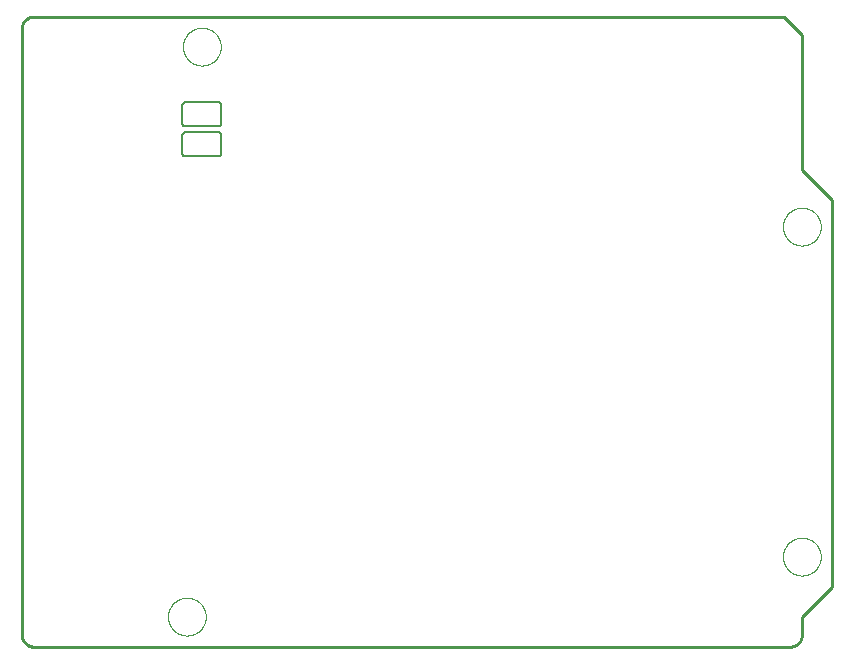
<source format=gbo>
G75*
%MOIN*%
%OFA0B0*%
%FSLAX25Y25*%
%IPPOS*%
%LPD*%
%AMOC8*
5,1,8,0,0,1.08239X$1,22.5*
%
%ADD10C,0.01000*%
%ADD11C,0.00000*%
%ADD12C,0.00600*%
D10*
X0081798Y0009437D02*
X0081798Y0211563D01*
X0081800Y0211687D01*
X0081806Y0211810D01*
X0081815Y0211934D01*
X0081829Y0212056D01*
X0081846Y0212179D01*
X0081868Y0212301D01*
X0081893Y0212422D01*
X0081922Y0212542D01*
X0081954Y0212661D01*
X0081991Y0212780D01*
X0082031Y0212897D01*
X0082074Y0213012D01*
X0082122Y0213127D01*
X0082173Y0213239D01*
X0082227Y0213350D01*
X0082285Y0213460D01*
X0082346Y0213567D01*
X0082411Y0213673D01*
X0082479Y0213776D01*
X0082550Y0213877D01*
X0082624Y0213976D01*
X0082701Y0214073D01*
X0082782Y0214167D01*
X0082865Y0214258D01*
X0082951Y0214347D01*
X0083040Y0214433D01*
X0083131Y0214516D01*
X0083225Y0214597D01*
X0083322Y0214674D01*
X0083421Y0214748D01*
X0083522Y0214819D01*
X0083625Y0214887D01*
X0083731Y0214952D01*
X0083838Y0215013D01*
X0083948Y0215071D01*
X0084059Y0215125D01*
X0084171Y0215176D01*
X0084286Y0215224D01*
X0084401Y0215267D01*
X0084518Y0215307D01*
X0084637Y0215344D01*
X0084756Y0215376D01*
X0084876Y0215405D01*
X0084997Y0215430D01*
X0085119Y0215452D01*
X0085242Y0215469D01*
X0085364Y0215483D01*
X0085488Y0215492D01*
X0085611Y0215498D01*
X0085735Y0215500D01*
X0335798Y0215500D01*
X0341798Y0209500D01*
X0341798Y0164500D01*
X0351798Y0154500D01*
X0351798Y0025500D01*
X0341798Y0015500D01*
X0341798Y0009437D01*
X0341796Y0009313D01*
X0341790Y0009190D01*
X0341781Y0009066D01*
X0341767Y0008944D01*
X0341750Y0008821D01*
X0341728Y0008699D01*
X0341703Y0008578D01*
X0341674Y0008458D01*
X0341642Y0008339D01*
X0341605Y0008220D01*
X0341565Y0008103D01*
X0341522Y0007988D01*
X0341474Y0007873D01*
X0341423Y0007761D01*
X0341369Y0007650D01*
X0341311Y0007540D01*
X0341250Y0007433D01*
X0341185Y0007327D01*
X0341117Y0007224D01*
X0341046Y0007123D01*
X0340972Y0007024D01*
X0340895Y0006927D01*
X0340814Y0006833D01*
X0340731Y0006742D01*
X0340645Y0006653D01*
X0340556Y0006567D01*
X0340465Y0006484D01*
X0340371Y0006403D01*
X0340274Y0006326D01*
X0340175Y0006252D01*
X0340074Y0006181D01*
X0339971Y0006113D01*
X0339865Y0006048D01*
X0339758Y0005987D01*
X0339648Y0005929D01*
X0339537Y0005875D01*
X0339425Y0005824D01*
X0339310Y0005776D01*
X0339195Y0005733D01*
X0339078Y0005693D01*
X0338959Y0005656D01*
X0338840Y0005624D01*
X0338720Y0005595D01*
X0338599Y0005570D01*
X0338477Y0005548D01*
X0338354Y0005531D01*
X0338232Y0005517D01*
X0338108Y0005508D01*
X0337985Y0005502D01*
X0337861Y0005500D01*
X0085735Y0005500D01*
X0085611Y0005502D01*
X0085488Y0005508D01*
X0085364Y0005517D01*
X0085242Y0005531D01*
X0085119Y0005548D01*
X0084997Y0005570D01*
X0084876Y0005595D01*
X0084756Y0005624D01*
X0084637Y0005656D01*
X0084518Y0005693D01*
X0084401Y0005733D01*
X0084286Y0005776D01*
X0084171Y0005824D01*
X0084059Y0005875D01*
X0083948Y0005929D01*
X0083838Y0005987D01*
X0083731Y0006048D01*
X0083625Y0006113D01*
X0083522Y0006181D01*
X0083421Y0006252D01*
X0083322Y0006326D01*
X0083225Y0006403D01*
X0083131Y0006484D01*
X0083040Y0006567D01*
X0082951Y0006653D01*
X0082865Y0006742D01*
X0082782Y0006833D01*
X0082701Y0006927D01*
X0082624Y0007024D01*
X0082550Y0007123D01*
X0082479Y0007224D01*
X0082411Y0007327D01*
X0082346Y0007433D01*
X0082285Y0007540D01*
X0082227Y0007650D01*
X0082173Y0007761D01*
X0082122Y0007873D01*
X0082074Y0007988D01*
X0082031Y0008103D01*
X0081991Y0008220D01*
X0081954Y0008339D01*
X0081922Y0008458D01*
X0081893Y0008578D01*
X0081868Y0008699D01*
X0081846Y0008821D01*
X0081829Y0008944D01*
X0081815Y0009066D01*
X0081806Y0009190D01*
X0081800Y0009313D01*
X0081798Y0009437D01*
D11*
X0130499Y0015500D02*
X0130501Y0015658D01*
X0130507Y0015816D01*
X0130517Y0015974D01*
X0130531Y0016132D01*
X0130549Y0016289D01*
X0130570Y0016446D01*
X0130596Y0016602D01*
X0130626Y0016758D01*
X0130659Y0016913D01*
X0130697Y0017066D01*
X0130738Y0017219D01*
X0130783Y0017371D01*
X0130832Y0017522D01*
X0130885Y0017671D01*
X0130941Y0017819D01*
X0131001Y0017965D01*
X0131065Y0018110D01*
X0131133Y0018253D01*
X0131204Y0018395D01*
X0131278Y0018535D01*
X0131356Y0018672D01*
X0131438Y0018808D01*
X0131522Y0018942D01*
X0131611Y0019073D01*
X0131702Y0019202D01*
X0131797Y0019329D01*
X0131894Y0019454D01*
X0131995Y0019576D01*
X0132099Y0019695D01*
X0132206Y0019812D01*
X0132316Y0019926D01*
X0132429Y0020037D01*
X0132544Y0020146D01*
X0132662Y0020251D01*
X0132783Y0020353D01*
X0132906Y0020453D01*
X0133032Y0020549D01*
X0133160Y0020642D01*
X0133290Y0020732D01*
X0133423Y0020818D01*
X0133558Y0020902D01*
X0133694Y0020981D01*
X0133833Y0021058D01*
X0133974Y0021130D01*
X0134116Y0021200D01*
X0134260Y0021265D01*
X0134406Y0021327D01*
X0134553Y0021385D01*
X0134702Y0021440D01*
X0134852Y0021491D01*
X0135003Y0021538D01*
X0135155Y0021581D01*
X0135308Y0021620D01*
X0135463Y0021656D01*
X0135618Y0021687D01*
X0135774Y0021715D01*
X0135930Y0021739D01*
X0136087Y0021759D01*
X0136245Y0021775D01*
X0136402Y0021787D01*
X0136561Y0021795D01*
X0136719Y0021799D01*
X0136877Y0021799D01*
X0137035Y0021795D01*
X0137194Y0021787D01*
X0137351Y0021775D01*
X0137509Y0021759D01*
X0137666Y0021739D01*
X0137822Y0021715D01*
X0137978Y0021687D01*
X0138133Y0021656D01*
X0138288Y0021620D01*
X0138441Y0021581D01*
X0138593Y0021538D01*
X0138744Y0021491D01*
X0138894Y0021440D01*
X0139043Y0021385D01*
X0139190Y0021327D01*
X0139336Y0021265D01*
X0139480Y0021200D01*
X0139622Y0021130D01*
X0139763Y0021058D01*
X0139902Y0020981D01*
X0140038Y0020902D01*
X0140173Y0020818D01*
X0140306Y0020732D01*
X0140436Y0020642D01*
X0140564Y0020549D01*
X0140690Y0020453D01*
X0140813Y0020353D01*
X0140934Y0020251D01*
X0141052Y0020146D01*
X0141167Y0020037D01*
X0141280Y0019926D01*
X0141390Y0019812D01*
X0141497Y0019695D01*
X0141601Y0019576D01*
X0141702Y0019454D01*
X0141799Y0019329D01*
X0141894Y0019202D01*
X0141985Y0019073D01*
X0142074Y0018942D01*
X0142158Y0018808D01*
X0142240Y0018672D01*
X0142318Y0018535D01*
X0142392Y0018395D01*
X0142463Y0018253D01*
X0142531Y0018110D01*
X0142595Y0017965D01*
X0142655Y0017819D01*
X0142711Y0017671D01*
X0142764Y0017522D01*
X0142813Y0017371D01*
X0142858Y0017219D01*
X0142899Y0017066D01*
X0142937Y0016913D01*
X0142970Y0016758D01*
X0143000Y0016602D01*
X0143026Y0016446D01*
X0143047Y0016289D01*
X0143065Y0016132D01*
X0143079Y0015974D01*
X0143089Y0015816D01*
X0143095Y0015658D01*
X0143097Y0015500D01*
X0143095Y0015342D01*
X0143089Y0015184D01*
X0143079Y0015026D01*
X0143065Y0014868D01*
X0143047Y0014711D01*
X0143026Y0014554D01*
X0143000Y0014398D01*
X0142970Y0014242D01*
X0142937Y0014087D01*
X0142899Y0013934D01*
X0142858Y0013781D01*
X0142813Y0013629D01*
X0142764Y0013478D01*
X0142711Y0013329D01*
X0142655Y0013181D01*
X0142595Y0013035D01*
X0142531Y0012890D01*
X0142463Y0012747D01*
X0142392Y0012605D01*
X0142318Y0012465D01*
X0142240Y0012328D01*
X0142158Y0012192D01*
X0142074Y0012058D01*
X0141985Y0011927D01*
X0141894Y0011798D01*
X0141799Y0011671D01*
X0141702Y0011546D01*
X0141601Y0011424D01*
X0141497Y0011305D01*
X0141390Y0011188D01*
X0141280Y0011074D01*
X0141167Y0010963D01*
X0141052Y0010854D01*
X0140934Y0010749D01*
X0140813Y0010647D01*
X0140690Y0010547D01*
X0140564Y0010451D01*
X0140436Y0010358D01*
X0140306Y0010268D01*
X0140173Y0010182D01*
X0140038Y0010098D01*
X0139902Y0010019D01*
X0139763Y0009942D01*
X0139622Y0009870D01*
X0139480Y0009800D01*
X0139336Y0009735D01*
X0139190Y0009673D01*
X0139043Y0009615D01*
X0138894Y0009560D01*
X0138744Y0009509D01*
X0138593Y0009462D01*
X0138441Y0009419D01*
X0138288Y0009380D01*
X0138133Y0009344D01*
X0137978Y0009313D01*
X0137822Y0009285D01*
X0137666Y0009261D01*
X0137509Y0009241D01*
X0137351Y0009225D01*
X0137194Y0009213D01*
X0137035Y0009205D01*
X0136877Y0009201D01*
X0136719Y0009201D01*
X0136561Y0009205D01*
X0136402Y0009213D01*
X0136245Y0009225D01*
X0136087Y0009241D01*
X0135930Y0009261D01*
X0135774Y0009285D01*
X0135618Y0009313D01*
X0135463Y0009344D01*
X0135308Y0009380D01*
X0135155Y0009419D01*
X0135003Y0009462D01*
X0134852Y0009509D01*
X0134702Y0009560D01*
X0134553Y0009615D01*
X0134406Y0009673D01*
X0134260Y0009735D01*
X0134116Y0009800D01*
X0133974Y0009870D01*
X0133833Y0009942D01*
X0133694Y0010019D01*
X0133558Y0010098D01*
X0133423Y0010182D01*
X0133290Y0010268D01*
X0133160Y0010358D01*
X0133032Y0010451D01*
X0132906Y0010547D01*
X0132783Y0010647D01*
X0132662Y0010749D01*
X0132544Y0010854D01*
X0132429Y0010963D01*
X0132316Y0011074D01*
X0132206Y0011188D01*
X0132099Y0011305D01*
X0131995Y0011424D01*
X0131894Y0011546D01*
X0131797Y0011671D01*
X0131702Y0011798D01*
X0131611Y0011927D01*
X0131522Y0012058D01*
X0131438Y0012192D01*
X0131356Y0012328D01*
X0131278Y0012465D01*
X0131204Y0012605D01*
X0131133Y0012747D01*
X0131065Y0012890D01*
X0131001Y0013035D01*
X0130941Y0013181D01*
X0130885Y0013329D01*
X0130832Y0013478D01*
X0130783Y0013629D01*
X0130738Y0013781D01*
X0130697Y0013934D01*
X0130659Y0014087D01*
X0130626Y0014242D01*
X0130596Y0014398D01*
X0130570Y0014554D01*
X0130549Y0014711D01*
X0130531Y0014868D01*
X0130517Y0015026D01*
X0130507Y0015184D01*
X0130501Y0015342D01*
X0130499Y0015500D01*
X0335499Y0035500D02*
X0335501Y0035658D01*
X0335507Y0035816D01*
X0335517Y0035974D01*
X0335531Y0036132D01*
X0335549Y0036289D01*
X0335570Y0036446D01*
X0335596Y0036602D01*
X0335626Y0036758D01*
X0335659Y0036913D01*
X0335697Y0037066D01*
X0335738Y0037219D01*
X0335783Y0037371D01*
X0335832Y0037522D01*
X0335885Y0037671D01*
X0335941Y0037819D01*
X0336001Y0037965D01*
X0336065Y0038110D01*
X0336133Y0038253D01*
X0336204Y0038395D01*
X0336278Y0038535D01*
X0336356Y0038672D01*
X0336438Y0038808D01*
X0336522Y0038942D01*
X0336611Y0039073D01*
X0336702Y0039202D01*
X0336797Y0039329D01*
X0336894Y0039454D01*
X0336995Y0039576D01*
X0337099Y0039695D01*
X0337206Y0039812D01*
X0337316Y0039926D01*
X0337429Y0040037D01*
X0337544Y0040146D01*
X0337662Y0040251D01*
X0337783Y0040353D01*
X0337906Y0040453D01*
X0338032Y0040549D01*
X0338160Y0040642D01*
X0338290Y0040732D01*
X0338423Y0040818D01*
X0338558Y0040902D01*
X0338694Y0040981D01*
X0338833Y0041058D01*
X0338974Y0041130D01*
X0339116Y0041200D01*
X0339260Y0041265D01*
X0339406Y0041327D01*
X0339553Y0041385D01*
X0339702Y0041440D01*
X0339852Y0041491D01*
X0340003Y0041538D01*
X0340155Y0041581D01*
X0340308Y0041620D01*
X0340463Y0041656D01*
X0340618Y0041687D01*
X0340774Y0041715D01*
X0340930Y0041739D01*
X0341087Y0041759D01*
X0341245Y0041775D01*
X0341402Y0041787D01*
X0341561Y0041795D01*
X0341719Y0041799D01*
X0341877Y0041799D01*
X0342035Y0041795D01*
X0342194Y0041787D01*
X0342351Y0041775D01*
X0342509Y0041759D01*
X0342666Y0041739D01*
X0342822Y0041715D01*
X0342978Y0041687D01*
X0343133Y0041656D01*
X0343288Y0041620D01*
X0343441Y0041581D01*
X0343593Y0041538D01*
X0343744Y0041491D01*
X0343894Y0041440D01*
X0344043Y0041385D01*
X0344190Y0041327D01*
X0344336Y0041265D01*
X0344480Y0041200D01*
X0344622Y0041130D01*
X0344763Y0041058D01*
X0344902Y0040981D01*
X0345038Y0040902D01*
X0345173Y0040818D01*
X0345306Y0040732D01*
X0345436Y0040642D01*
X0345564Y0040549D01*
X0345690Y0040453D01*
X0345813Y0040353D01*
X0345934Y0040251D01*
X0346052Y0040146D01*
X0346167Y0040037D01*
X0346280Y0039926D01*
X0346390Y0039812D01*
X0346497Y0039695D01*
X0346601Y0039576D01*
X0346702Y0039454D01*
X0346799Y0039329D01*
X0346894Y0039202D01*
X0346985Y0039073D01*
X0347074Y0038942D01*
X0347158Y0038808D01*
X0347240Y0038672D01*
X0347318Y0038535D01*
X0347392Y0038395D01*
X0347463Y0038253D01*
X0347531Y0038110D01*
X0347595Y0037965D01*
X0347655Y0037819D01*
X0347711Y0037671D01*
X0347764Y0037522D01*
X0347813Y0037371D01*
X0347858Y0037219D01*
X0347899Y0037066D01*
X0347937Y0036913D01*
X0347970Y0036758D01*
X0348000Y0036602D01*
X0348026Y0036446D01*
X0348047Y0036289D01*
X0348065Y0036132D01*
X0348079Y0035974D01*
X0348089Y0035816D01*
X0348095Y0035658D01*
X0348097Y0035500D01*
X0348095Y0035342D01*
X0348089Y0035184D01*
X0348079Y0035026D01*
X0348065Y0034868D01*
X0348047Y0034711D01*
X0348026Y0034554D01*
X0348000Y0034398D01*
X0347970Y0034242D01*
X0347937Y0034087D01*
X0347899Y0033934D01*
X0347858Y0033781D01*
X0347813Y0033629D01*
X0347764Y0033478D01*
X0347711Y0033329D01*
X0347655Y0033181D01*
X0347595Y0033035D01*
X0347531Y0032890D01*
X0347463Y0032747D01*
X0347392Y0032605D01*
X0347318Y0032465D01*
X0347240Y0032328D01*
X0347158Y0032192D01*
X0347074Y0032058D01*
X0346985Y0031927D01*
X0346894Y0031798D01*
X0346799Y0031671D01*
X0346702Y0031546D01*
X0346601Y0031424D01*
X0346497Y0031305D01*
X0346390Y0031188D01*
X0346280Y0031074D01*
X0346167Y0030963D01*
X0346052Y0030854D01*
X0345934Y0030749D01*
X0345813Y0030647D01*
X0345690Y0030547D01*
X0345564Y0030451D01*
X0345436Y0030358D01*
X0345306Y0030268D01*
X0345173Y0030182D01*
X0345038Y0030098D01*
X0344902Y0030019D01*
X0344763Y0029942D01*
X0344622Y0029870D01*
X0344480Y0029800D01*
X0344336Y0029735D01*
X0344190Y0029673D01*
X0344043Y0029615D01*
X0343894Y0029560D01*
X0343744Y0029509D01*
X0343593Y0029462D01*
X0343441Y0029419D01*
X0343288Y0029380D01*
X0343133Y0029344D01*
X0342978Y0029313D01*
X0342822Y0029285D01*
X0342666Y0029261D01*
X0342509Y0029241D01*
X0342351Y0029225D01*
X0342194Y0029213D01*
X0342035Y0029205D01*
X0341877Y0029201D01*
X0341719Y0029201D01*
X0341561Y0029205D01*
X0341402Y0029213D01*
X0341245Y0029225D01*
X0341087Y0029241D01*
X0340930Y0029261D01*
X0340774Y0029285D01*
X0340618Y0029313D01*
X0340463Y0029344D01*
X0340308Y0029380D01*
X0340155Y0029419D01*
X0340003Y0029462D01*
X0339852Y0029509D01*
X0339702Y0029560D01*
X0339553Y0029615D01*
X0339406Y0029673D01*
X0339260Y0029735D01*
X0339116Y0029800D01*
X0338974Y0029870D01*
X0338833Y0029942D01*
X0338694Y0030019D01*
X0338558Y0030098D01*
X0338423Y0030182D01*
X0338290Y0030268D01*
X0338160Y0030358D01*
X0338032Y0030451D01*
X0337906Y0030547D01*
X0337783Y0030647D01*
X0337662Y0030749D01*
X0337544Y0030854D01*
X0337429Y0030963D01*
X0337316Y0031074D01*
X0337206Y0031188D01*
X0337099Y0031305D01*
X0336995Y0031424D01*
X0336894Y0031546D01*
X0336797Y0031671D01*
X0336702Y0031798D01*
X0336611Y0031927D01*
X0336522Y0032058D01*
X0336438Y0032192D01*
X0336356Y0032328D01*
X0336278Y0032465D01*
X0336204Y0032605D01*
X0336133Y0032747D01*
X0336065Y0032890D01*
X0336001Y0033035D01*
X0335941Y0033181D01*
X0335885Y0033329D01*
X0335832Y0033478D01*
X0335783Y0033629D01*
X0335738Y0033781D01*
X0335697Y0033934D01*
X0335659Y0034087D01*
X0335626Y0034242D01*
X0335596Y0034398D01*
X0335570Y0034554D01*
X0335549Y0034711D01*
X0335531Y0034868D01*
X0335517Y0035026D01*
X0335507Y0035184D01*
X0335501Y0035342D01*
X0335499Y0035500D01*
X0335499Y0145500D02*
X0335501Y0145658D01*
X0335507Y0145816D01*
X0335517Y0145974D01*
X0335531Y0146132D01*
X0335549Y0146289D01*
X0335570Y0146446D01*
X0335596Y0146602D01*
X0335626Y0146758D01*
X0335659Y0146913D01*
X0335697Y0147066D01*
X0335738Y0147219D01*
X0335783Y0147371D01*
X0335832Y0147522D01*
X0335885Y0147671D01*
X0335941Y0147819D01*
X0336001Y0147965D01*
X0336065Y0148110D01*
X0336133Y0148253D01*
X0336204Y0148395D01*
X0336278Y0148535D01*
X0336356Y0148672D01*
X0336438Y0148808D01*
X0336522Y0148942D01*
X0336611Y0149073D01*
X0336702Y0149202D01*
X0336797Y0149329D01*
X0336894Y0149454D01*
X0336995Y0149576D01*
X0337099Y0149695D01*
X0337206Y0149812D01*
X0337316Y0149926D01*
X0337429Y0150037D01*
X0337544Y0150146D01*
X0337662Y0150251D01*
X0337783Y0150353D01*
X0337906Y0150453D01*
X0338032Y0150549D01*
X0338160Y0150642D01*
X0338290Y0150732D01*
X0338423Y0150818D01*
X0338558Y0150902D01*
X0338694Y0150981D01*
X0338833Y0151058D01*
X0338974Y0151130D01*
X0339116Y0151200D01*
X0339260Y0151265D01*
X0339406Y0151327D01*
X0339553Y0151385D01*
X0339702Y0151440D01*
X0339852Y0151491D01*
X0340003Y0151538D01*
X0340155Y0151581D01*
X0340308Y0151620D01*
X0340463Y0151656D01*
X0340618Y0151687D01*
X0340774Y0151715D01*
X0340930Y0151739D01*
X0341087Y0151759D01*
X0341245Y0151775D01*
X0341402Y0151787D01*
X0341561Y0151795D01*
X0341719Y0151799D01*
X0341877Y0151799D01*
X0342035Y0151795D01*
X0342194Y0151787D01*
X0342351Y0151775D01*
X0342509Y0151759D01*
X0342666Y0151739D01*
X0342822Y0151715D01*
X0342978Y0151687D01*
X0343133Y0151656D01*
X0343288Y0151620D01*
X0343441Y0151581D01*
X0343593Y0151538D01*
X0343744Y0151491D01*
X0343894Y0151440D01*
X0344043Y0151385D01*
X0344190Y0151327D01*
X0344336Y0151265D01*
X0344480Y0151200D01*
X0344622Y0151130D01*
X0344763Y0151058D01*
X0344902Y0150981D01*
X0345038Y0150902D01*
X0345173Y0150818D01*
X0345306Y0150732D01*
X0345436Y0150642D01*
X0345564Y0150549D01*
X0345690Y0150453D01*
X0345813Y0150353D01*
X0345934Y0150251D01*
X0346052Y0150146D01*
X0346167Y0150037D01*
X0346280Y0149926D01*
X0346390Y0149812D01*
X0346497Y0149695D01*
X0346601Y0149576D01*
X0346702Y0149454D01*
X0346799Y0149329D01*
X0346894Y0149202D01*
X0346985Y0149073D01*
X0347074Y0148942D01*
X0347158Y0148808D01*
X0347240Y0148672D01*
X0347318Y0148535D01*
X0347392Y0148395D01*
X0347463Y0148253D01*
X0347531Y0148110D01*
X0347595Y0147965D01*
X0347655Y0147819D01*
X0347711Y0147671D01*
X0347764Y0147522D01*
X0347813Y0147371D01*
X0347858Y0147219D01*
X0347899Y0147066D01*
X0347937Y0146913D01*
X0347970Y0146758D01*
X0348000Y0146602D01*
X0348026Y0146446D01*
X0348047Y0146289D01*
X0348065Y0146132D01*
X0348079Y0145974D01*
X0348089Y0145816D01*
X0348095Y0145658D01*
X0348097Y0145500D01*
X0348095Y0145342D01*
X0348089Y0145184D01*
X0348079Y0145026D01*
X0348065Y0144868D01*
X0348047Y0144711D01*
X0348026Y0144554D01*
X0348000Y0144398D01*
X0347970Y0144242D01*
X0347937Y0144087D01*
X0347899Y0143934D01*
X0347858Y0143781D01*
X0347813Y0143629D01*
X0347764Y0143478D01*
X0347711Y0143329D01*
X0347655Y0143181D01*
X0347595Y0143035D01*
X0347531Y0142890D01*
X0347463Y0142747D01*
X0347392Y0142605D01*
X0347318Y0142465D01*
X0347240Y0142328D01*
X0347158Y0142192D01*
X0347074Y0142058D01*
X0346985Y0141927D01*
X0346894Y0141798D01*
X0346799Y0141671D01*
X0346702Y0141546D01*
X0346601Y0141424D01*
X0346497Y0141305D01*
X0346390Y0141188D01*
X0346280Y0141074D01*
X0346167Y0140963D01*
X0346052Y0140854D01*
X0345934Y0140749D01*
X0345813Y0140647D01*
X0345690Y0140547D01*
X0345564Y0140451D01*
X0345436Y0140358D01*
X0345306Y0140268D01*
X0345173Y0140182D01*
X0345038Y0140098D01*
X0344902Y0140019D01*
X0344763Y0139942D01*
X0344622Y0139870D01*
X0344480Y0139800D01*
X0344336Y0139735D01*
X0344190Y0139673D01*
X0344043Y0139615D01*
X0343894Y0139560D01*
X0343744Y0139509D01*
X0343593Y0139462D01*
X0343441Y0139419D01*
X0343288Y0139380D01*
X0343133Y0139344D01*
X0342978Y0139313D01*
X0342822Y0139285D01*
X0342666Y0139261D01*
X0342509Y0139241D01*
X0342351Y0139225D01*
X0342194Y0139213D01*
X0342035Y0139205D01*
X0341877Y0139201D01*
X0341719Y0139201D01*
X0341561Y0139205D01*
X0341402Y0139213D01*
X0341245Y0139225D01*
X0341087Y0139241D01*
X0340930Y0139261D01*
X0340774Y0139285D01*
X0340618Y0139313D01*
X0340463Y0139344D01*
X0340308Y0139380D01*
X0340155Y0139419D01*
X0340003Y0139462D01*
X0339852Y0139509D01*
X0339702Y0139560D01*
X0339553Y0139615D01*
X0339406Y0139673D01*
X0339260Y0139735D01*
X0339116Y0139800D01*
X0338974Y0139870D01*
X0338833Y0139942D01*
X0338694Y0140019D01*
X0338558Y0140098D01*
X0338423Y0140182D01*
X0338290Y0140268D01*
X0338160Y0140358D01*
X0338032Y0140451D01*
X0337906Y0140547D01*
X0337783Y0140647D01*
X0337662Y0140749D01*
X0337544Y0140854D01*
X0337429Y0140963D01*
X0337316Y0141074D01*
X0337206Y0141188D01*
X0337099Y0141305D01*
X0336995Y0141424D01*
X0336894Y0141546D01*
X0336797Y0141671D01*
X0336702Y0141798D01*
X0336611Y0141927D01*
X0336522Y0142058D01*
X0336438Y0142192D01*
X0336356Y0142328D01*
X0336278Y0142465D01*
X0336204Y0142605D01*
X0336133Y0142747D01*
X0336065Y0142890D01*
X0336001Y0143035D01*
X0335941Y0143181D01*
X0335885Y0143329D01*
X0335832Y0143478D01*
X0335783Y0143629D01*
X0335738Y0143781D01*
X0335697Y0143934D01*
X0335659Y0144087D01*
X0335626Y0144242D01*
X0335596Y0144398D01*
X0335570Y0144554D01*
X0335549Y0144711D01*
X0335531Y0144868D01*
X0335517Y0145026D01*
X0335507Y0145184D01*
X0335501Y0145342D01*
X0335499Y0145500D01*
X0135499Y0205500D02*
X0135501Y0205658D01*
X0135507Y0205816D01*
X0135517Y0205974D01*
X0135531Y0206132D01*
X0135549Y0206289D01*
X0135570Y0206446D01*
X0135596Y0206602D01*
X0135626Y0206758D01*
X0135659Y0206913D01*
X0135697Y0207066D01*
X0135738Y0207219D01*
X0135783Y0207371D01*
X0135832Y0207522D01*
X0135885Y0207671D01*
X0135941Y0207819D01*
X0136001Y0207965D01*
X0136065Y0208110D01*
X0136133Y0208253D01*
X0136204Y0208395D01*
X0136278Y0208535D01*
X0136356Y0208672D01*
X0136438Y0208808D01*
X0136522Y0208942D01*
X0136611Y0209073D01*
X0136702Y0209202D01*
X0136797Y0209329D01*
X0136894Y0209454D01*
X0136995Y0209576D01*
X0137099Y0209695D01*
X0137206Y0209812D01*
X0137316Y0209926D01*
X0137429Y0210037D01*
X0137544Y0210146D01*
X0137662Y0210251D01*
X0137783Y0210353D01*
X0137906Y0210453D01*
X0138032Y0210549D01*
X0138160Y0210642D01*
X0138290Y0210732D01*
X0138423Y0210818D01*
X0138558Y0210902D01*
X0138694Y0210981D01*
X0138833Y0211058D01*
X0138974Y0211130D01*
X0139116Y0211200D01*
X0139260Y0211265D01*
X0139406Y0211327D01*
X0139553Y0211385D01*
X0139702Y0211440D01*
X0139852Y0211491D01*
X0140003Y0211538D01*
X0140155Y0211581D01*
X0140308Y0211620D01*
X0140463Y0211656D01*
X0140618Y0211687D01*
X0140774Y0211715D01*
X0140930Y0211739D01*
X0141087Y0211759D01*
X0141245Y0211775D01*
X0141402Y0211787D01*
X0141561Y0211795D01*
X0141719Y0211799D01*
X0141877Y0211799D01*
X0142035Y0211795D01*
X0142194Y0211787D01*
X0142351Y0211775D01*
X0142509Y0211759D01*
X0142666Y0211739D01*
X0142822Y0211715D01*
X0142978Y0211687D01*
X0143133Y0211656D01*
X0143288Y0211620D01*
X0143441Y0211581D01*
X0143593Y0211538D01*
X0143744Y0211491D01*
X0143894Y0211440D01*
X0144043Y0211385D01*
X0144190Y0211327D01*
X0144336Y0211265D01*
X0144480Y0211200D01*
X0144622Y0211130D01*
X0144763Y0211058D01*
X0144902Y0210981D01*
X0145038Y0210902D01*
X0145173Y0210818D01*
X0145306Y0210732D01*
X0145436Y0210642D01*
X0145564Y0210549D01*
X0145690Y0210453D01*
X0145813Y0210353D01*
X0145934Y0210251D01*
X0146052Y0210146D01*
X0146167Y0210037D01*
X0146280Y0209926D01*
X0146390Y0209812D01*
X0146497Y0209695D01*
X0146601Y0209576D01*
X0146702Y0209454D01*
X0146799Y0209329D01*
X0146894Y0209202D01*
X0146985Y0209073D01*
X0147074Y0208942D01*
X0147158Y0208808D01*
X0147240Y0208672D01*
X0147318Y0208535D01*
X0147392Y0208395D01*
X0147463Y0208253D01*
X0147531Y0208110D01*
X0147595Y0207965D01*
X0147655Y0207819D01*
X0147711Y0207671D01*
X0147764Y0207522D01*
X0147813Y0207371D01*
X0147858Y0207219D01*
X0147899Y0207066D01*
X0147937Y0206913D01*
X0147970Y0206758D01*
X0148000Y0206602D01*
X0148026Y0206446D01*
X0148047Y0206289D01*
X0148065Y0206132D01*
X0148079Y0205974D01*
X0148089Y0205816D01*
X0148095Y0205658D01*
X0148097Y0205500D01*
X0148095Y0205342D01*
X0148089Y0205184D01*
X0148079Y0205026D01*
X0148065Y0204868D01*
X0148047Y0204711D01*
X0148026Y0204554D01*
X0148000Y0204398D01*
X0147970Y0204242D01*
X0147937Y0204087D01*
X0147899Y0203934D01*
X0147858Y0203781D01*
X0147813Y0203629D01*
X0147764Y0203478D01*
X0147711Y0203329D01*
X0147655Y0203181D01*
X0147595Y0203035D01*
X0147531Y0202890D01*
X0147463Y0202747D01*
X0147392Y0202605D01*
X0147318Y0202465D01*
X0147240Y0202328D01*
X0147158Y0202192D01*
X0147074Y0202058D01*
X0146985Y0201927D01*
X0146894Y0201798D01*
X0146799Y0201671D01*
X0146702Y0201546D01*
X0146601Y0201424D01*
X0146497Y0201305D01*
X0146390Y0201188D01*
X0146280Y0201074D01*
X0146167Y0200963D01*
X0146052Y0200854D01*
X0145934Y0200749D01*
X0145813Y0200647D01*
X0145690Y0200547D01*
X0145564Y0200451D01*
X0145436Y0200358D01*
X0145306Y0200268D01*
X0145173Y0200182D01*
X0145038Y0200098D01*
X0144902Y0200019D01*
X0144763Y0199942D01*
X0144622Y0199870D01*
X0144480Y0199800D01*
X0144336Y0199735D01*
X0144190Y0199673D01*
X0144043Y0199615D01*
X0143894Y0199560D01*
X0143744Y0199509D01*
X0143593Y0199462D01*
X0143441Y0199419D01*
X0143288Y0199380D01*
X0143133Y0199344D01*
X0142978Y0199313D01*
X0142822Y0199285D01*
X0142666Y0199261D01*
X0142509Y0199241D01*
X0142351Y0199225D01*
X0142194Y0199213D01*
X0142035Y0199205D01*
X0141877Y0199201D01*
X0141719Y0199201D01*
X0141561Y0199205D01*
X0141402Y0199213D01*
X0141245Y0199225D01*
X0141087Y0199241D01*
X0140930Y0199261D01*
X0140774Y0199285D01*
X0140618Y0199313D01*
X0140463Y0199344D01*
X0140308Y0199380D01*
X0140155Y0199419D01*
X0140003Y0199462D01*
X0139852Y0199509D01*
X0139702Y0199560D01*
X0139553Y0199615D01*
X0139406Y0199673D01*
X0139260Y0199735D01*
X0139116Y0199800D01*
X0138974Y0199870D01*
X0138833Y0199942D01*
X0138694Y0200019D01*
X0138558Y0200098D01*
X0138423Y0200182D01*
X0138290Y0200268D01*
X0138160Y0200358D01*
X0138032Y0200451D01*
X0137906Y0200547D01*
X0137783Y0200647D01*
X0137662Y0200749D01*
X0137544Y0200854D01*
X0137429Y0200963D01*
X0137316Y0201074D01*
X0137206Y0201188D01*
X0137099Y0201305D01*
X0136995Y0201424D01*
X0136894Y0201546D01*
X0136797Y0201671D01*
X0136702Y0201798D01*
X0136611Y0201927D01*
X0136522Y0202058D01*
X0136438Y0202192D01*
X0136356Y0202328D01*
X0136278Y0202465D01*
X0136204Y0202605D01*
X0136133Y0202747D01*
X0136065Y0202890D01*
X0136001Y0203035D01*
X0135941Y0203181D01*
X0135885Y0203329D01*
X0135832Y0203478D01*
X0135783Y0203629D01*
X0135738Y0203781D01*
X0135697Y0203934D01*
X0135659Y0204087D01*
X0135626Y0204242D01*
X0135596Y0204398D01*
X0135570Y0204554D01*
X0135549Y0204711D01*
X0135531Y0204868D01*
X0135517Y0205026D01*
X0135507Y0205184D01*
X0135501Y0205342D01*
X0135499Y0205500D01*
D12*
X0136298Y0187000D02*
X0147298Y0187000D01*
X0147358Y0186998D01*
X0147419Y0186993D01*
X0147478Y0186984D01*
X0147537Y0186971D01*
X0147596Y0186955D01*
X0147653Y0186935D01*
X0147708Y0186912D01*
X0147763Y0186885D01*
X0147815Y0186856D01*
X0147866Y0186823D01*
X0147915Y0186787D01*
X0147961Y0186749D01*
X0148005Y0186707D01*
X0148047Y0186663D01*
X0148085Y0186617D01*
X0148121Y0186568D01*
X0148154Y0186517D01*
X0148183Y0186465D01*
X0148210Y0186410D01*
X0148233Y0186355D01*
X0148253Y0186298D01*
X0148269Y0186239D01*
X0148282Y0186180D01*
X0148291Y0186121D01*
X0148296Y0186060D01*
X0148298Y0186000D01*
X0148298Y0180000D01*
X0148296Y0179940D01*
X0148291Y0179879D01*
X0148282Y0179820D01*
X0148269Y0179761D01*
X0148253Y0179702D01*
X0148233Y0179645D01*
X0148210Y0179590D01*
X0148183Y0179535D01*
X0148154Y0179483D01*
X0148121Y0179432D01*
X0148085Y0179383D01*
X0148047Y0179337D01*
X0148005Y0179293D01*
X0147961Y0179251D01*
X0147915Y0179213D01*
X0147866Y0179177D01*
X0147815Y0179144D01*
X0147763Y0179115D01*
X0147708Y0179088D01*
X0147653Y0179065D01*
X0147596Y0179045D01*
X0147537Y0179029D01*
X0147478Y0179016D01*
X0147419Y0179007D01*
X0147358Y0179002D01*
X0147298Y0179000D01*
X0136298Y0179000D01*
X0136238Y0179002D01*
X0136177Y0179007D01*
X0136118Y0179016D01*
X0136059Y0179029D01*
X0136000Y0179045D01*
X0135943Y0179065D01*
X0135888Y0179088D01*
X0135833Y0179115D01*
X0135781Y0179144D01*
X0135730Y0179177D01*
X0135681Y0179213D01*
X0135635Y0179251D01*
X0135591Y0179293D01*
X0135549Y0179337D01*
X0135511Y0179383D01*
X0135475Y0179432D01*
X0135442Y0179483D01*
X0135413Y0179535D01*
X0135386Y0179590D01*
X0135363Y0179645D01*
X0135343Y0179702D01*
X0135327Y0179761D01*
X0135314Y0179820D01*
X0135305Y0179879D01*
X0135300Y0179940D01*
X0135298Y0180000D01*
X0135298Y0186000D01*
X0135300Y0186060D01*
X0135305Y0186121D01*
X0135314Y0186180D01*
X0135327Y0186239D01*
X0135343Y0186298D01*
X0135363Y0186355D01*
X0135386Y0186410D01*
X0135413Y0186465D01*
X0135442Y0186517D01*
X0135475Y0186568D01*
X0135511Y0186617D01*
X0135549Y0186663D01*
X0135591Y0186707D01*
X0135635Y0186749D01*
X0135681Y0186787D01*
X0135730Y0186823D01*
X0135781Y0186856D01*
X0135833Y0186885D01*
X0135888Y0186912D01*
X0135943Y0186935D01*
X0136000Y0186955D01*
X0136059Y0186971D01*
X0136118Y0186984D01*
X0136177Y0186993D01*
X0136238Y0186998D01*
X0136298Y0187000D01*
X0136298Y0177000D02*
X0147298Y0177000D01*
X0147358Y0176998D01*
X0147419Y0176993D01*
X0147478Y0176984D01*
X0147537Y0176971D01*
X0147596Y0176955D01*
X0147653Y0176935D01*
X0147708Y0176912D01*
X0147763Y0176885D01*
X0147815Y0176856D01*
X0147866Y0176823D01*
X0147915Y0176787D01*
X0147961Y0176749D01*
X0148005Y0176707D01*
X0148047Y0176663D01*
X0148085Y0176617D01*
X0148121Y0176568D01*
X0148154Y0176517D01*
X0148183Y0176465D01*
X0148210Y0176410D01*
X0148233Y0176355D01*
X0148253Y0176298D01*
X0148269Y0176239D01*
X0148282Y0176180D01*
X0148291Y0176121D01*
X0148296Y0176060D01*
X0148298Y0176000D01*
X0148298Y0170000D01*
X0148296Y0169940D01*
X0148291Y0169879D01*
X0148282Y0169820D01*
X0148269Y0169761D01*
X0148253Y0169702D01*
X0148233Y0169645D01*
X0148210Y0169590D01*
X0148183Y0169535D01*
X0148154Y0169483D01*
X0148121Y0169432D01*
X0148085Y0169383D01*
X0148047Y0169337D01*
X0148005Y0169293D01*
X0147961Y0169251D01*
X0147915Y0169213D01*
X0147866Y0169177D01*
X0147815Y0169144D01*
X0147763Y0169115D01*
X0147708Y0169088D01*
X0147653Y0169065D01*
X0147596Y0169045D01*
X0147537Y0169029D01*
X0147478Y0169016D01*
X0147419Y0169007D01*
X0147358Y0169002D01*
X0147298Y0169000D01*
X0136298Y0169000D01*
X0136238Y0169002D01*
X0136177Y0169007D01*
X0136118Y0169016D01*
X0136059Y0169029D01*
X0136000Y0169045D01*
X0135943Y0169065D01*
X0135888Y0169088D01*
X0135833Y0169115D01*
X0135781Y0169144D01*
X0135730Y0169177D01*
X0135681Y0169213D01*
X0135635Y0169251D01*
X0135591Y0169293D01*
X0135549Y0169337D01*
X0135511Y0169383D01*
X0135475Y0169432D01*
X0135442Y0169483D01*
X0135413Y0169535D01*
X0135386Y0169590D01*
X0135363Y0169645D01*
X0135343Y0169702D01*
X0135327Y0169761D01*
X0135314Y0169820D01*
X0135305Y0169879D01*
X0135300Y0169940D01*
X0135298Y0170000D01*
X0135298Y0176000D01*
X0135300Y0176060D01*
X0135305Y0176121D01*
X0135314Y0176180D01*
X0135327Y0176239D01*
X0135343Y0176298D01*
X0135363Y0176355D01*
X0135386Y0176410D01*
X0135413Y0176465D01*
X0135442Y0176517D01*
X0135475Y0176568D01*
X0135511Y0176617D01*
X0135549Y0176663D01*
X0135591Y0176707D01*
X0135635Y0176749D01*
X0135681Y0176787D01*
X0135730Y0176823D01*
X0135781Y0176856D01*
X0135833Y0176885D01*
X0135888Y0176912D01*
X0135943Y0176935D01*
X0136000Y0176955D01*
X0136059Y0176971D01*
X0136118Y0176984D01*
X0136177Y0176993D01*
X0136238Y0176998D01*
X0136298Y0177000D01*
M02*

</source>
